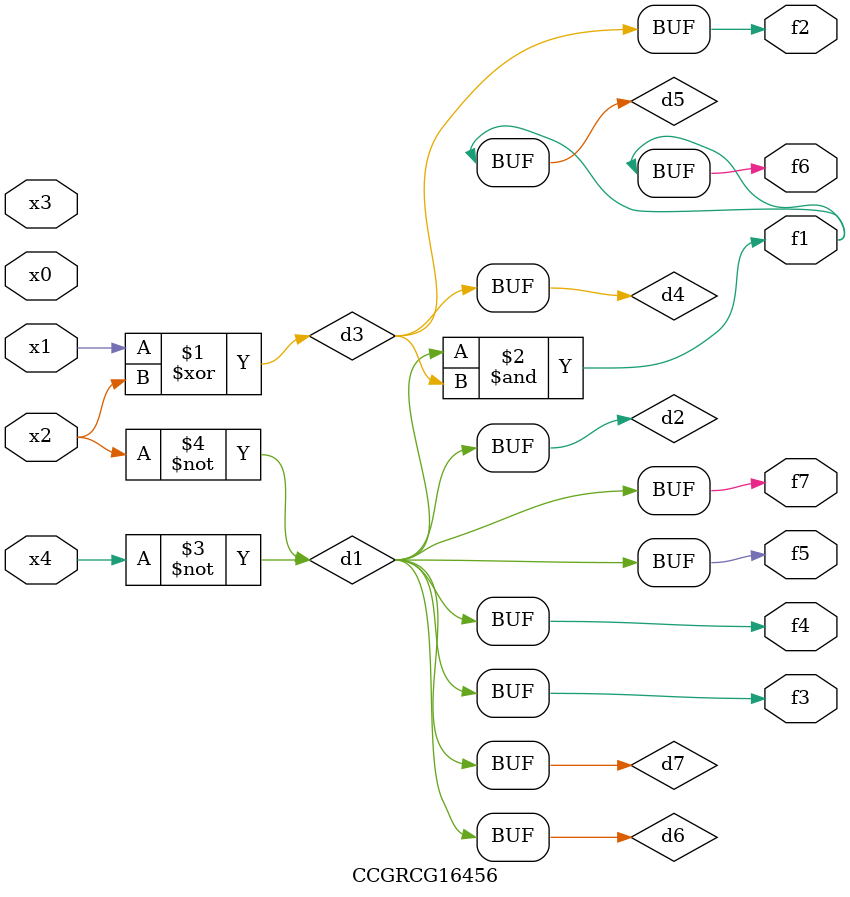
<source format=v>
module CCGRCG16456(
	input x0, x1, x2, x3, x4,
	output f1, f2, f3, f4, f5, f6, f7
);

	wire d1, d2, d3, d4, d5, d6, d7;

	not (d1, x4);
	not (d2, x2);
	xor (d3, x1, x2);
	buf (d4, d3);
	and (d5, d1, d3);
	buf (d6, d1, d2);
	buf (d7, d2);
	assign f1 = d5;
	assign f2 = d4;
	assign f3 = d7;
	assign f4 = d7;
	assign f5 = d7;
	assign f6 = d5;
	assign f7 = d7;
endmodule

</source>
